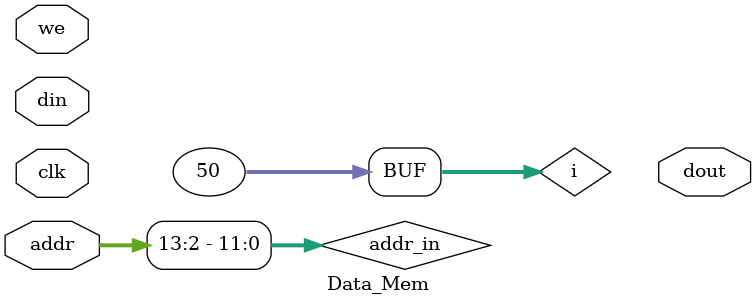
<source format=v>
`timescale 1ns / 1ps

module Data_Mem(
    input  clk,
    input  [3:0] we, 
    input  [31:2] addr,
    input  [31:0] din,
    output reg [31:0] dout
);
wire [11:0] addr_in;
reg [31:0] data_ram [0:4095];
integer i;
initial begin
    for (i = 1;i < 50;i = i + 1)
            data_ram [i][31: 0] <= 32'b0;
end

initial begin 
    douta=0; 
end

assign addr_in[11:0] = addr[13:2];

always @ (posedge clk) begin
    douta <= data_ram[addr_in];
    data_ram[addr_in][7: 0] <= we[0] ? din[7: 0] : data_ram[addr_in][7: 0];
    data_ram[addr_in][15: 8] <= we[1] ? din[15: 8] : data_ram[addr_in][15: 8];
    data_ram[addr_in][23:16] <= we[2] ? din[23:16] : data_ram[addr_in][23:16];
    data_ram[addr_in][31:24] <= we[3] ? din[31:24] : data_ram[addr_in][31:24];
end  

endmodule

</source>
